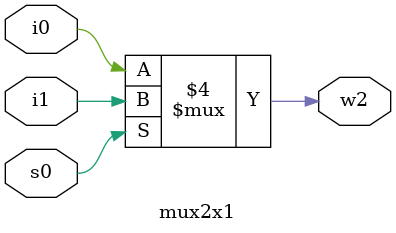
<source format=v>
`timescale 1ns / 1ps
module mux8x1(y,s,i);
output y;
input [2:0]s;
input [7:0]i;
wire [1:0]w;
mux4x1 m1(w[0],s[1],s[0],i[3],i[2],i[1],i[0]);
mux4x1 m2(w[1],s[1],s[0],i[7],i[6],i[5],i[4]);
mux2x1 M(y,s[2],w[1],w[0]);
endmodule

module mux4x1(w,s1,s0,i3,i2,i1,i0);
output w;
input s1,s0;
input i3,i2,i1,i0;
wire w3,w2;
mux2x1 m3(w2,s0,i1,i0);
mux2x1 m4(w3,s0,i3,i2);
mux2x1 m5(w,s1,w3,w2);
endmodule

module mux2x1(w2,s0,i1,i0);
output reg w2;
input s0;
input i1,i0;
always @(*)
begin
if(s0==0)
w2= i0;
else
w2=i1;
end
endmodule

</source>
